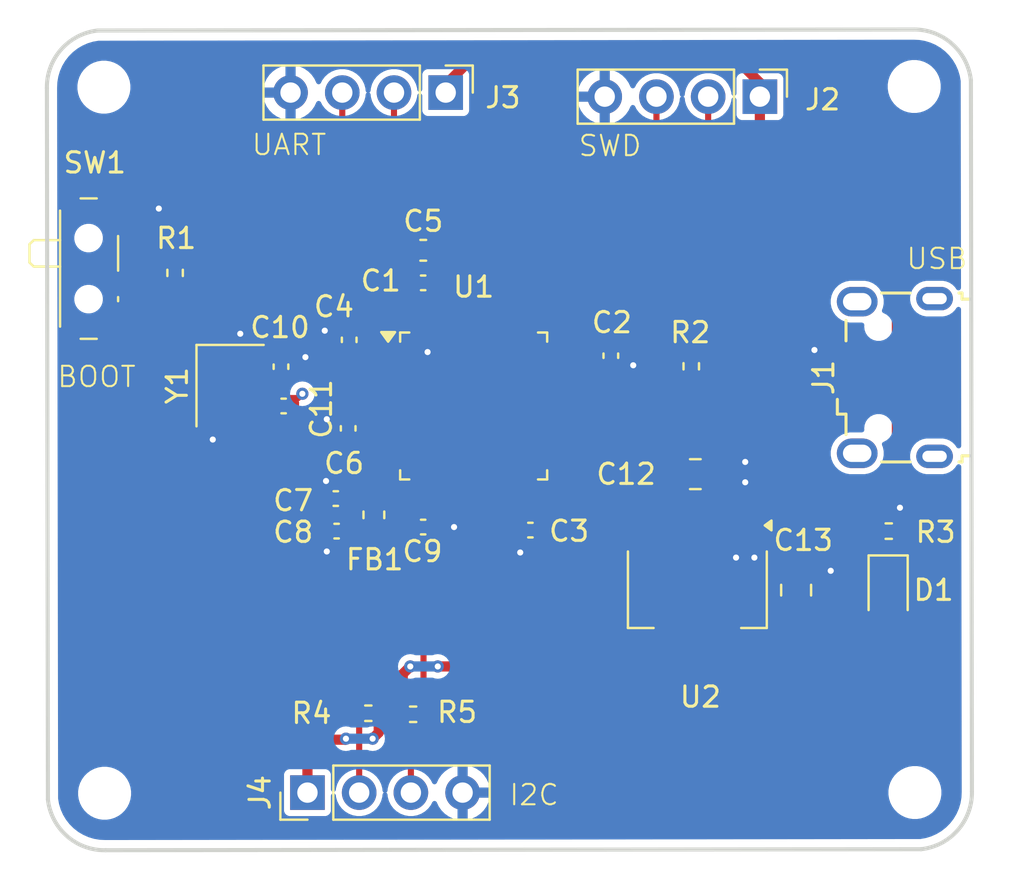
<source format=kicad_pcb>
(kicad_pcb (version 20240108) (generator "pcbnew") (generator_version "8.0")
  (layers (0 "F.Cu" power) (31 "B.Cu" signal) (34 "B.Paste" user) (35 "F.Paste" user) (36 "B.SilkS" user "B.Silkscreen") (37 "F.SilkS" user "F.Silkscreen") (38 "B.Mask" user) (39 "F.Mask" user) (44 "Edge.Cuts" user))
  (net 0 "")
  (net 1 "+3.3V")
  (net 2 "GND")
  (net 3 "+3.3VA")
  (net 4 "/NRST")
  (net 5 "/HSE_IN")
  (net 6 "/HSE_OUT")
  (net 7 "VBUS")
  (net 8 "/PWR_LED_K")
  (net 11 "/USE_D+")
  (net 13 "/USE_D-")
  (net 16 "/SWCLK")
  (net 17 "/SWDIO")
  (net 18 "/USART1_RX")
  (net 19 "/USART1_TX")
  (net 20 "/I2C2_SCL")
  (net 21 "/I2C2_SDA")
  (net 22 "Net-(SW1-B)")
  (net 23 "/BOOT0")
  (footprint "Crystal:Crystal_SMD_3225-4Pin_3.2x2.5mm" (layer "F.Cu") (at 98.9 62.3 -90)
    (property "Reference" "Y1" (at 0 2.6 90) (layer "F.SilkS"))
    (property "Value" "16MHz" (hide yes))
    (pad "1" smd rect (at -1.1 0.85 270) (size 1.4 1.2) (layers "F.Cu" "F.Paste" "F.Mask") (net 5 "/HSE_IN"))
    (pad "2" smd rect (at 1.1 0.85 270) (size 1.4 1.2) (layers "F.Cu" "F.Paste" "F.Mask") (net 2 "GND"))
    (pad "3" smd rect (at 1.1 -0.85 270) (size 1.4 1.2) (layers "F.Cu" "F.Paste" "F.Mask") (net 6 "/HSE_OUT"))
    (pad "4" smd rect (at -1.1 -0.85 270) (size 1.4 1.2) (layers "F.Cu" "F.Paste" "F.Mask") (net 2 "GND"))
  )
  (footprint "Capacitor_SMD:C_0603_1608Metric" (layer "F.Cu") (at 108.3875 55.65)
    (property "Reference" "C5" (at 0 -1.43 0) (layer "F.SilkS"))
    (property "Value" "10u" (hide yes))
    (pad "1" smd roundrect (at -0.775 0) (size 0.9 0.95) (layers "F.Cu" "F.Paste" "F.Mask") (net 1 "+3.3V"))
    (pad "2" smd roundrect (at 0.775 0) (size 0.9 0.95) (layers "F.Cu" "F.Paste" "F.Mask") (net 2 "GND"))
  )
  (footprint "Connector_PinHeader_2.54mm:PinHeader_1x04_P2.54mm_Vertical" (layer "F.Cu") (at 102.7 82.3 90)
    (property "Reference" "J4" (at 0 -2.33 90) (layer "F.SilkS"))
    (property "Value" "Conn_01x04_Pin" (hide yes))
    (pad "1" thru_hole rect (at 0 0 90) (size 1.7 1.7) (drill 1) (layers "*.Cu" "*.Mask") (net 1 "+3.3V"))
    (pad "2" thru_hole oval (at 0 2.54 90) (size 1.7 1.7) (drill 1) (layers "*.Cu" "*.Mask") (net 21 "/I2C2_SDA"))
    (pad "3" thru_hole oval (at 0 5.08 90) (size 1.7 1.7) (drill 1) (layers "*.Cu" "*.Mask") (net 20 "/I2C2_SCL"))
    (pad "4" thru_hole oval (at 0 7.62 90) (size 1.7 1.7) (drill 1) (layers "*.Cu" "*.Mask") (net 2 "GND"))
  )
  (footprint "Package_QFP:LQFP-48_7x7mm_P0.5mm" (layer "F.Cu") (at 110.8625 63.3)
    (property "Reference" "U1" (at 0 -5.85 0) (layer "F.SilkS"))
    (property "Value" "STM32F103C8T6" (hide yes))
    (pad "1" smd roundrect (at -4.1625 -2.75) (size 1.475 0.3) (layers "F.Cu" "F.Paste" "F.Mask") (net 1 "+3.3V"))
    (pad "2" smd roundrect (at -4.1625 -2.25) (size 1.475 0.3) (layers "F.Cu" "F.Paste" "F.Mask"))
    (pad "3" smd roundrect (at -4.1625 -1.75) (size 1.475 0.3) (layers "F.Cu" "F.Paste" "F.Mask"))
    (pad "4" smd roundrect (at -4.1625 -1.25) (size 1.475 0.3) (layers "F.Cu" "F.Paste" "F.Mask"))
    (pad "5" smd roundrect (at -4.1625 -0.75) (size 1.475 0.3) (layers "F.Cu" "F.Paste" "F.Mask") (net 5 "/HSE_IN"))
    (pad "6" smd roundrect (at -4.1625 -0.25) (size 1.475 0.3) (layers "F.Cu" "F.Paste" "F.Mask") (net 6 "/HSE_OUT"))
    (pad "7" smd roundrect (at -4.1625 0.25) (size 1.475 0.3) (layers "F.Cu" "F.Paste" "F.Mask") (net 4 "/NRST"))
    (pad "8" smd roundrect (at -4.1625 0.75) (size 1.475 0.3) (layers "F.Cu" "F.Paste" "F.Mask") (net 2 "GND"))
    (pad "9" smd roundrect (at -4.1625 1.25) (size 1.475 0.3) (layers "F.Cu" "F.Paste" "F.Mask") (net 3 "+3.3VA"))
    (pad "10" smd roundrect (at -4.1625 1.75) (size 1.475 0.3) (layers "F.Cu" "F.Paste" "F.Mask"))
    (pad "11" smd roundrect (at -4.1625 2.25) (size 1.475 0.3) (layers "F.Cu" "F.Paste" "F.Mask"))
    (pad "12" smd roundrect (at -4.1625 2.75) (size 1.475 0.3) (layers "F.Cu" "F.Paste" "F.Mask"))
    (pad "13" smd roundrect (at -2.75 4.1625) (size 0.3 1.475) (layers "F.Cu" "F.Paste" "F.Mask"))
    (pad "14" smd roundrect (at -2.25 4.1625) (size 0.3 1.475) (layers "F.Cu" "F.Paste" "F.Mask"))
    (pad "15" smd roundrect (at -1.75 4.1625) (size 0.3 1.475) (layers "F.Cu" "F.Paste" "F.Mask"))
    (pad "16" smd roundrect (at -1.25 4.1625) (size 0.3 1.475) (layers "F.Cu" "F.Paste" "F.Mask"))
    (pad "17" smd roundrect (at -0.75 4.1625) (size 0.3 1.475) (layers "F.Cu" "F.Paste" "F.Mask"))
    (pad "18" smd roundrect (at -0.25 4.1625) (size 0.3 1.475) (layers "F.Cu" "F.Paste" "F.Mask"))
    (pad "19" smd roundrect (at 0.25 4.1625) (size 0.3 1.475) (layers "F.Cu" "F.Paste" "F.Mask"))
    (pad "20" smd roundrect (at 0.75 4.1625) (size 0.3 1.475) (layers "F.Cu" "F.Paste" "F.Mask"))
    (pad "21" smd roundrect (at 1.25 4.1625) (size 0.3 1.475) (layers "F.Cu" "F.Paste" "F.Mask") (net 21 "/I2C2_SDA"))
    (pad "22" smd roundrect (at 1.75 4.1625) (size 0.3 1.475) (layers "F.Cu" "F.Paste" "F.Mask") (net 20 "/I2C2_SCL"))
    (pad "23" smd roundrect (at 2.25 4.1625) (size 0.3 1.475) (layers "F.Cu" "F.Paste" "F.Mask") (net 2 "GND"))
    (pad "24" smd roundrect (at 2.75 4.1625) (size 0.3 1.475) (layers "F.Cu" "F.Paste" "F.Mask") (net 1 "+3.3V"))
    (pad "25" smd roundrect (at 4.1625 2.75) (size 1.475 0.3) (layers "F.Cu" "F.Paste" "F.Mask"))
    (pad "26" smd roundrect (at 4.1625 2.25) (size 1.475 0.3) (layers "F.Cu" "F.Paste" "F.Mask"))
    (pad "27" smd roundrect (at 4.1625 1.75) (size 1.475 0.3) (layers "F.Cu" "F.Paste" "F.Mask"))
    (pad "28" smd roundrect (at 4.1625 1.25) (size 1.475 0.3) (layers "F.Cu" "F.Paste" "F.Mask"))
    (pad "29" smd roundrect (at 4.1625 0.75) (size 1.475 0.3) (layers "F.Cu" "F.Paste" "F.Mask"))
    (pad "30" smd roundrect (at 4.1625 0.25) (size 1.475 0.3) (layers "F.Cu" "F.Paste" "F.Mask"))
    (pad "31" smd roundrect (at 4.1625 -0.25) (size 1.475 0.3) (layers "F.Cu" "F.Paste" "F.Mask"))
    (pad "32" smd roundrect (at 4.1625 -0.75) (size 1.475 0.3) (layers "F.Cu" "F.Paste" "F.Mask") (net 13 "/USE_D-"))
    (pad "33" smd roundrect (at 4.1625 -1.25) (size 1.475 0.3) (layers "F.Cu" "F.Paste" "F.Mask") (net 11 "/USE_D+"))
    (pad "34" smd roundrect (at 4.1625 -1.75) (size 1.475 0.3) (layers "F.Cu" "F.Paste" "F.Mask") (net 17 "/SWDIO"))
    (pad "35" smd roundrect (at 4.1625 -2.25) (size 1.475 0.3) (layers "F.Cu" "F.Paste" "F.Mask") (net 2 "GND"))
    (pad "36" smd roundrect (at 4.1625 -2.75) (size 1.475 0.3) (layers "F.Cu" "F.Paste" "F.Mask") (net 1 "+3.3V"))
    (pad "37" smd roundrect (at 2.75 -4.1625) (size 0.3 1.475) (layers "F.Cu" "F.Paste" "F.Mask") (net 16 "/SWCLK"))
    (pad "38" smd roundrect (at 2.25 -4.1625) (size 0.3 1.475) (layers "F.Cu" "F.Paste" "F.Mask"))
    (pad "39" smd roundrect (at 1.75 -4.1625) (size 0.3 1.475) (layers "F.Cu" "F.Paste" "F.Mask"))
    (pad "40" smd roundrect (at 1.25 -4.1625) (size 0.3 1.475) (layers "F.Cu" "F.Paste" "F.Mask"))
    (pad "41" smd roundrect (at 0.75 -4.1625) (size 0.3 1.475) (layers "F.Cu" "F.Paste" "F.Mask"))
    (pad "42" smd roundrect (at 0.25 -4.1625) (size 0.3 1.475) (layers "F.Cu" "F.Paste" "F.Mask") (net 19 "/USART1_TX"))
    (pad "43" smd roundrect (at -0.25 -4.1625) (size 0.3 1.475) (layers "F.Cu" "F.Paste" "F.Mask") (net 18 "/USART1_RX"))
    (pad "44" smd roundrect (at -0.75 -4.1625) (size 0.3 1.475) (layers "F.Cu" "F.Paste" "F.Mask") (net 23 "/BOOT0"))
    (pad "45" smd roundrect (at -1.25 -4.1625) (size 0.3 1.475) (layers "F.Cu" "F.Paste" "F.Mask"))
    (pad "46" smd roundrect (at -1.75 -4.1625) (size 0.3 1.475) (layers "F.Cu" "F.Paste" "F.Mask"))
    (pad "47" smd roundrect (at -2.25 -4.1625) (size 0.3 1.475) (layers "F.Cu" "F.Paste" "F.Mask") (net 2 "GND"))
    (pad "48" smd roundrect (at -2.75 -4.1625) (size 0.3 1.475) (layers "F.Cu" "F.Paste" "F.Mask") (net 1 "+3.3V"))
  )
  (footprint "Capacitor_SMD:C_0805_2012Metric" (layer "F.Cu") (at 121.75 66.65)
    (property "Reference" "C12" (at -3.4 0 0) (layer "F.SilkS"))
    (property "Value" "22u" (hide yes))
    (pad "1" smd roundrect (at -0.95 0) (size 1 1.45) (layers "F.Cu" "F.Paste" "F.Mask") (net 7 "VBUS"))
    (pad "2" smd roundrect (at 0.95 0) (size 1 1.45) (layers "F.Cu" "F.Paste" "F.Mask") (net 2 "GND"))
  )
  (footprint "Capacitor_SMD:C_0805_2012Metric" (layer "F.Cu") (at 126.7 72.35 90)
    (property "Reference" "C13" (at 2.45 0.35 180) (layer "F.SilkS"))
    (property "Value" "22u" (hide yes))
    (pad "1" smd roundrect (at -0.95 0 90) (size 1 1.45) (layers "F.Cu" "F.Paste" "F.Mask") (net 1 "+3.3V"))
    (pad "2" smd roundrect (at 0.95 0 90) (size 1 1.45) (layers "F.Cu" "F.Paste" "F.Mask") (net 2 "GND"))
  )
  (footprint "Capacitor_SMD:C_0402_1005Metric" (layer "F.Cu") (at 117.6 60.83 -90)
    (property "Reference" "C2" (at -1.63 -0.05 0) (layer "F.SilkS"))
    (property "Value" "100n" (hide yes))
    (pad "1" smd roundrect (at -0.48 0 270) (size 0.56 0.62) (layers "F.Cu" "F.Paste" "F.Mask") (net 1 "+3.3V"))
    (pad "2" smd roundrect (at 0.48 0 270) (size 0.56 0.62) (layers "F.Cu" "F.Paste" "F.Mask") (net 2 "GND"))
  )
  (footprint "Resistor_SMD:R_0402_1005Metric" (layer "F.Cu") (at 121.55 61.35 -90)
    (property "Reference" "R2" (at -1.66 0.05 0) (layer "F.SilkS"))
    (property "Value" "1k5" (hide yes))
    (pad "1" smd roundrect (at -0.51 0 270) (size 0.54 0.64) (layers "F.Cu" "F.Paste" "F.Mask") (net 1 "+3.3V"))
    (pad "2" smd roundrect (at 0.51 0 270) (size 0.54 0.64) (layers "F.Cu" "F.Paste" "F.Mask") (net 11 "/USE_D+"))
  )
  (footprint "Resistor_SMD:R_0402_1005Metric" (layer "F.Cu") (at 105.69 78.4 180)
    (property "Reference" "R4" (at 2.79 0 0) (layer "F.SilkS"))
    (property "Value" "1k5" (hide yes))
    (pad "1" smd roundrect (at -0.51 0 180) (size 0.54 0.64) (layers "F.Cu" "F.Paste" "F.Mask") (net 1 "+3.3V"))
    (pad "2" smd roundrect (at 0.51 0 180) (size 0.54 0.64) (layers "F.Cu" "F.Paste" "F.Mask") (net 21 "/I2C2_SDA"))
  )
  (footprint "Capacitor_SMD:C_0402_1005Metric" (layer "F.Cu") (at 104.75 60.05 90)
    (property "Reference" "C4" (at 1.63 -0.75 180) (layer "F.SilkS"))
    (property "Value" "100n" (hide yes))
    (pad "1" smd roundrect (at -0.48 0 90) (size 0.56 0.62) (layers "F.Cu" "F.Paste" "F.Mask") (net 1 "+3.3V"))
    (pad "2" smd roundrect (at 0.48 0 90) (size 0.56 0.62) (layers "F.Cu" "F.Paste" "F.Mask") (net 2 "GND"))
  )
  (footprint "Connector_PinHeader_2.54mm:PinHeader_1x04_P2.54mm_Vertical" (layer "F.Cu") (at 109.49 47.9 -90)
    (property "Reference" "J3" (at 0.25 -2.81 180) (layer "F.SilkS"))
    (property "Value" "Conn_01x04_Pin" (hide yes))
    (pad "1" thru_hole rect (at 0 0 270) (size 1.7 1.7) (drill 1) (layers "*.Cu" "*.Mask") (net 1 "+3.3V"))
    (pad "2" thru_hole oval (at 0 2.54 270) (size 1.7 1.7) (drill 1) (layers "*.Cu" "*.Mask") (net 19 "/USART1_TX"))
    (pad "3" thru_hole oval (at 0 5.08 270) (size 1.7 1.7) (drill 1) (layers "*.Cu" "*.Mask") (net 18 "/USART1_RX"))
    (pad "4" thru_hole oval (at 0 7.62 270) (size 1.7 1.7) (drill 1) (layers "*.Cu" "*.Mask") (net 2 "GND"))
  )
  (footprint "Resistor_SMD:R_0402_1005Metric" (layer "F.Cu") (at 131.25 69.45)
    (property "Reference" "R3" (at 2.3 0.05 0) (layer "F.SilkS"))
    (property "Value" "1k5" (hide yes))
    (pad "1" smd roundrect (at -0.51 0) (size 0.54 0.64) (layers "F.Cu" "F.Paste" "F.Mask") (net 8 "/PWR_LED_K"))
    (pad "2" smd roundrect (at 0.51 0) (size 0.54 0.64) (layers "F.Cu" "F.Paste" "F.Mask") (net 2 "GND"))
  )
  (footprint "Inductor_SMD:L_0603_1608Metric" (layer "F.Cu") (at 105.9625 68.65 90)
    (property "Reference" "FB1" (at -2.2 0.0375 180) (layer "F.SilkS"))
    (property "Value" "120R" (hide yes))
    (pad "1" smd roundrect (at -0.7875 0 90) (size 0.875 0.95) (layers "F.Cu" "F.Paste" "F.Mask") (net 1 "+3.3V"))
    (pad "2" smd roundrect (at 0.7875 0 90) (size 0.875 0.95) (layers "F.Cu" "F.Paste" "F.Mask") (net 3 "+3.3VA"))
  )
  (footprint "Connector_USB:USB_Micro-B_Wuerth_629105150521" (layer "F.Cu") (at 131.55 61.9 90)
    (property "Reference" "J1" (at 0 -3.5 90) (layer "F.SilkS"))
    (property "Value" "USB_B_Micro" (hide yes))
    (pad "" np_thru_hole oval (at -2.5 -0.8 90) (size 0.8 0.8) (drill 0.8) (layers "*.Cu" "*.Mask"))
    (pad "" np_thru_hole oval (at 2.5 -0.8 90) (size 0.8 0.8) (drill 0.8) (layers "*.Cu" "*.Mask"))
    (pad "1" smd rect (at -1.3 -1.9 90) (size 0.45 1.3) (layers "F.Cu" "F.Paste" "F.Mask") (net 7 "VBUS"))
    (pad "2" smd rect (at -0.65 -1.9 90) (size 0.45 1.3) (layers "F.Cu" "F.Paste" "F.Mask") (net 13 "/USE_D-"))
    (pad "3" smd rect (at 0 -1.9 90) (size 0.45 1.3) (layers "F.Cu" "F.Paste" "F.Mask") (net 11 "/USE_D+"))
    (pad "4" smd rect (at 0.65 -1.9 90) (size 0.45 1.3) (layers "F.Cu" "F.Paste" "F.Mask"))
    (pad "5" smd rect (at 1.3 -1.9 90) (size 0.45 1.3) (layers "F.Cu" "F.Paste" "F.Mask") (net 2 "GND"))
    (pad "6" thru_hole oval (at -3.875 1.95 90) (size 1.15 1.8) (drill oval 0.55 1.2) (layers "*.Cu" "*.Mask"))
    (pad "6" thru_hole oval (at -3.725 -1.85 90) (size 1.45 2) (drill oval 0.85 1.4) (layers "*.Cu" "*.Mask"))
    (pad "6" thru_hole oval (at 3.725 -1.85 90) (size 1.45 2) (drill oval 0.85 1.4) (layers "*.Cu" "*.Mask"))
    (pad "6" thru_hole oval (at 3.875 1.95 90) (size 1.15 1.8) (drill oval 0.55 1.2) (layers "*.Cu" "*.Mask"))
  )
  (footprint "MountingHole:MountingHole_2.1mm" (layer "F.Cu") (at 132.5 47.6)
    (property "Reference" "H2" (hide yes))
    (property "Value" "MountingHole" (hide yes))
    (pad "" np_thru_hole circle (at 0 0) (size 2.1 2.1) (drill 2.1) (layers "*.Cu" "*.Mask"))
  )
  (footprint "Capacitor_SMD:C_0402_1005Metric" (layer "F.Cu") (at 104.7 64.4 90)
    (property "Reference" "C6" (at -1.72 -0.2 180) (layer "F.SilkS"))
    (property "Value" "10n" (hide yes))
    (pad "1" smd roundrect (at -0.48 0 90) (size 0.56 0.62) (layers "F.Cu" "F.Paste" "F.Mask") (net 3 "+3.3VA"))
    (pad "2" smd roundrect (at 0.48 0 90) (size 0.56 0.62) (layers "F.Cu" "F.Paste" "F.Mask") (net 2 "GND"))
  )
  (footprint "Button_Switch_SMD:SW_SPDT_PCM12" (layer "F.Cu") (at 92.28 56.55 -90)
    (property "Reference" "SW1" (at -5.2 0.025 180) (layer "F.SilkS"))
    (property "Value" "SW_SPDT" (hide yes))
    (pad "" smd rect (at -3.65 -0.78 270) (size 1 0.8) (layers "F.Cu" "F.Paste" "F.Mask"))
    (pad "" smd rect (at -3.65 1.43 270) (size 1 0.8) (layers "F.Cu" "F.Paste" "F.Mask"))
    (pad "" np_thru_hole circle (at -1.5 0.33 270) (size 0.9 0.9) (drill 0.9) (layers "*.Cu" "*.Mask"))
    (pad "" np_thru_hole circle (at 1.5 0.33 270) (size 0.9 0.9) (drill 0.9) (layers "*.Cu" "*.Mask"))
    (pad "" smd rect (at 3.65 -0.78 270) (size 1 0.8) (layers "F.Cu" "F.Paste" "F.Mask"))
    (pad "" smd rect (at 3.65 1.43 270) (size 1 0.8) (layers "F.Cu" "F.Paste" "F.Mask"))
    (pad "1" smd rect (at -2.25 -1.43 270) (size 0.7 1.5) (layers "F.Cu" "F.Paste" "F.Mask") (net 2 "GND"))
    (pad "2" smd rect (at 0.75 -1.43 270) (size 0.7 1.5) (layers "F.Cu" "F.Paste" "F.Mask") (net 22 "Net-(SW1-B)"))
    (pad "3" smd rect (at 2.25 -1.43 270) (size 0.7 1.5) (layers "F.Cu" "F.Paste" "F.Mask") (net 1 "+3.3V"))
  )
  (footprint "Capacitor_SMD:C_0402_1005Metric" (layer "F.Cu") (at 104.0925 67.85 180)
    (property "Reference" "C7" (at 2.0925 -0.1 0) (layer "F.SilkS"))
    (property "Value" "1u" (hide yes))
    (pad "1" smd roundrect (at -0.48 0 180) (size 0.56 0.62) (layers "F.Cu" "F.Paste" "F.Mask") (net 3 "+3.3VA"))
    (pad "2" smd roundrect (at 0.48 0 180) (size 0.56 0.62) (layers "F.Cu" "F.Paste" "F.Mask") (net 2 "GND"))
  )
  (footprint "MountingHole:MountingHole_2.1mm" (layer "F.Cu") (at 132.533985 82.296795)
    (property "Reference" "H4" (hide yes))
    (property "Value" "MountingHole" (hide yes))
    (pad "" np_thru_hole circle (at 0 0) (size 2.1 2.1) (drill 2.1) (layers "*.Cu" "*.Mask"))
  )
  (footprint "Capacitor_SMD:C_0402_1005Metric" (layer "F.Cu") (at 108.3825 69.25)
    (property "Reference" "C9" (at -0.0325 1.2 0) (layer "F.SilkS"))
    (property "Value" "100n" (hide yes))
    (pad "1" smd roundrect (at -0.48 0) (size 0.56 0.62) (layers "F.Cu" "F.Paste" "F.Mask") (net 4 "/NRST"))
    (pad "2" smd roundrect (at 0.48 0) (size 0.56 0.62) (layers "F.Cu" "F.Paste" "F.Mask") (net 2 "GND"))
  )
  (footprint "Capacitor_SMD:C_0402_1005Metric" (layer "F.Cu") (at 108.3825 57.25)
    (property "Reference" "C1" (at -2.0825 -0.1 0) (layer "F.SilkS"))
    (property "Value" "100n" (hide yes))
    (pad "1" smd roundrect (at -0.48 0) (size 0.56 0.62) (layers "F.Cu" "F.Paste" "F.Mask") (net 1 "+3.3V"))
    (pad "2" smd roundrect (at 0.48 0) (size 0.56 0.62) (layers "F.Cu" "F.Paste" "F.Mask") (net 2 "GND"))
  )
  (footprint "LED_SMD:LED_0805_2012Metric" (layer "F.Cu") (at 131.22 72.33 -90)
    (property "Reference" "D1" (at 0.02 -2.23 0) (layer "F.SilkS"))
    (property "Value" "LED" (hide yes))
    (pad "1" smd roundrect (at -0.9375 0 270) (size 0.975 1.4) (layers "F.Cu" "F.Paste" "F.Mask") (net 8 "/PWR_LED_K"))
    (pad "2" smd roundrect (at 0.9375 0 270) (size 0.975 1.4) (layers "F.Cu" "F.Paste" "F.Mask") (net 1 "+3.3V"))
  )
  (footprint "Capacitor_SMD:C_0402_1005Metric" (layer "F.Cu") (at 104.1325 69.45 180)
    (property "Reference" "C8" (at 2.1325 -0.05 0) (layer "F.SilkS"))
    (property "Value" "1u" (hide yes))
    (pad "1" smd roundrect (at -0.48 0 180) (size 0.56 0.62) (layers "F.Cu" "F.Paste" "F.Mask") (net 1 "+3.3V"))
    (pad "2" smd roundrect (at 0.48 0 180) (size 0.56 0.62) (layers "F.Cu" "F.Paste" "F.Mask") (net 2 "GND"))
  )
  (footprint "Capacitor_SMD:C_0402_1005Metric" (layer "F.Cu") (at 101.4 61.37 90)
    (property "Reference" "C10" (at 1.93 -0.05 180) (layer "F.SilkS"))
    (property "Value" "10p" (hide yes))
    (pad "1" smd roundrect (at -0.48 0 90) (size 0.56 0.62) (layers "F.Cu" "F.Paste" "F.Mask") (net 5 "/HSE_IN"))
    (pad "2" smd roundrect (at 0.48 0 90) (size 0.56 0.62) (layers "F.Cu" "F.Paste" "F.Mask") (net 2 "GND"))
  )
  (footprint "Connector_PinHeader_2.54mm:PinHeader_1x04_P2.54mm_Vertical" (layer "F.Cu") (at 124.92 48.1 -90)
    (property "Reference" "J2" (at 0.15 -3.08 180) (layer "F.SilkS"))
    (property "Value" "Conn_01x04_Pin" (hide yes))
    (pad "1" thru_hole rect (at 0 0 270) (size 1.7 1.7) (drill 1) (layers "*.Cu" "*.Mask") (net 1 "+3.3V"))
    (pad "2" thru_hole oval (at 0 2.54 270) (size 1.7 1.7) (drill 1) (layers "*.Cu" "*.Mask") (net 17 "/SWDIO"))
    (pad "3" thru_hole oval (at 0 5.08 270) (size 1.7 1.7) (drill 1) (layers "*.Cu" "*.Mask") (net 16 "/SWCLK"))
    (pad "4" thru_hole oval (at 0 7.62 270) (size 1.7 1.7) (drill 1) (layers "*.Cu" "*.Mask") (net 2 "GND"))
  )
  (footprint "Package_TO_SOT_SMD:SOT-223-3_TabPin2" (layer "F.Cu") (at 121.85 72.3 -90)
    (property "Reference" "U2" (at 5.3 -0.15 180) (layer "F.SilkS"))
    (property "Value" "AMS1117-3.3" (hide yes))
    (pad "1" smd roundrect (at -3.15 -2.3 270) (size 2 1.5) (layers "F.Cu" "F.Paste" "F.Mask") (net 2 "GND"))
    (pad "2" smd roundrect (at -3.15 0 270) (size 2 1.5) (layers "F.Cu" "F.Paste" "F.Mask") (net 1 "+3.3V"))
    (pad "2" smd roundrect (at 3.15 0 270) (size 2 3.8) (layers "F.Cu" "F.Paste" "F.Mask") (net 1 "+3.3V"))
    (pad "3" smd roundrect (at -3.15 2.3 270) (size 2 1.5) (layers "F.Cu" "F.Paste" "F.Mask") (net 7 "VBUS"))
  )
  (footprint "Resistor_SMD:R_0402_1005Metric" (layer "F.Cu") (at 96.2 56.76 90)
    (property "Reference" "R1" (at 1.7 0.05 180) (layer "F.SilkS"))
    (property "Value" "10k" (hide yes))
    (pad "1" smd roundrect (at -0.51 0 90) (size 0.54 0.64) (layers "F.Cu" "F.Paste" "F.Mask") (net 22 "Net-(SW1-B)"))
    (pad "2" smd roundrect (at 0.51 0 90) (size 0.54 0.64) (layers "F.Cu" "F.Paste" "F.Mask") (net 23 "/BOOT0"))
  )
  (footprint "MountingHole:MountingHole_2.1mm" (layer "F.Cu") (at 92.703204 47.633981)
    (property "Reference" "H1" (hide yes))
    (property "Value" "MountingHole" (hide yes))
    (pad "" np_thru_hole circle (at 0 0) (size 2.1 2.1) (drill 2.1) (layers "*.Cu" "*.Mask"))
  )
  (footprint "MountingHole:MountingHole_2.1mm" (layer "F.Cu") (at 92.737188 82.330779)
    (property "Reference" "H3" (hide yes))
    (property "Value" "MountingHole" (hide yes))
    (pad "" np_thru_hole circle (at 0 0) (size 2.1 2.1) (drill 2.1) (layers "*.Cu" "*.Mask"))
  )
  (footprint "Capacitor_SMD:C_0402_1005Metric" (layer "F.Cu") (at 113.65 69.4 180)
    (property "Reference" "C3" (at -1.9 -0.05 0) (layer "F.SilkS"))
    (property "Value" "100n" (hide yes))
    (pad "1" smd roundrect (at -0.48 0 180) (size 0.56 0.62) (layers "F.Cu" "F.Paste" "F.Mask") (net 1 "+3.3V"))
    (pad "2" smd roundrect (at 0.48 0 180) (size 0.56 0.62) (layers "F.Cu" "F.Paste" "F.Mask") (net 2 "GND"))
  )
  (footprint "Resistor_SMD:R_0402_1005Metric" (layer "F.Cu") (at 107.89 78.45)
    (property "Reference" "R5" (at 2.16 -0.1 0) (layer "F.SilkS"))
    (property "Value" "1k5" (hide yes))
    (pad "1" smd roundrect (at -0.51 0) (size 0.54 0.64) (layers "F.Cu" "F.Paste" "F.Mask") (net 1 "+3.3V"))
    (pad "2" smd roundrect (at 0.51 0) (size 0.54 0.64) (layers "F.Cu" "F.Paste" "F.Mask") (net 20 "/I2C2_SCL"))
  )
  (footprint "Capacitor_SMD:C_0402_1005Metric" (layer "F.Cu") (at 101.53 63.3 180)
    (property "Reference" "C11" (at -1.85 -0.15 90) (layer "F.SilkS"))
    (property "Value" "10p" (hide yes))
    (pad "1" smd roundrect (at -0.48 0 180) (size 0.56 0.62) (layers "F.Cu" "F.Paste" "F.Mask") (net 6 "/HSE_OUT"))
    (pad "2" smd roundrect (at 0.48 0 180) (size 0.56 0.62) (layers "F.Cu" "F.Paste" "F.Mask") (net 2 "GND"))
  )
  (gr_arc (start 132.45 44.800001) (mid 134.351258 45.498731) (end 135.283982 47.296794) (stroke (width 0.2)) (layer "Edge.Cuts"))
  (gr_line (start 92.787189 85.130776) (end 132.837189 85.081147) (stroke (width 0.2)) (layer "Edge.Cuts"))
  (gr_line (start 135.283982 47.296794) (end 135.333982 82.246794) (stroke (width 0.2)) (layer "Edge.Cuts"))
  (gr_line (start 92.4 44.85) (end 132.45 44.800371) (stroke (width 0.2)) (layer "Edge.Cuts"))
  (gr_line (start 89.903207 47.683983) (end 89.953207 82.633983) (stroke (width 0.2)) (layer "Edge.Cuts"))
  (gr_arc (start 89.903207 47.683982) (mid 90.601936 45.782723) (end 92.4 44.85) (stroke (width 0.2)) (layer "Edge.Cuts"))
  (gr_arc (start 92.787189 85.130776) (mid 90.88593 84.432047) (end 89.953207 82.633983) (stroke (width 0.2)) (layer "Edge.Cuts"))
  (gr_arc (start 135.333982 82.246794) (mid 134.635253 84.148052) (end 132.837189 85.080776) (stroke (width 0.2)) (layer "Edge.Cuts"))
  (gr_text "USB" (at 132.05 56.65 0) (layer "F.SilkS") (effects (font (size 1 1) (thickness 0.1)) (justify left bottom)))
  (gr_text "SWD" (at 115.95 51.1 0) (layer "F.SilkS") (effects (font (size 1 1) (thickness 0.1)) (justify left bottom)))
  (gr_text "I2C" (at 112.55 83 0) (layer "F.SilkS") (effects (font (size 1 1) (thickness 0.1)) (justify left bottom)))
  (gr_text "UART" (at 99.9 51.05 0) (layer "F.SilkS") (effects (font (size 1 1) (thickness 0.1)) (justify left bottom)))
  (gr_text "BOOT" (at 90.35 62.45 0) (layer "F.SilkS") (effects (font (size 1 1) (thickness 0.1)) (justify left bottom)))
  (segment (start 113.6125 68.2625) (end 114.25 68.9) (width 0.3) (layer "F.Cu") (net 1))
  (segment (start 106.7 60.55) (end 104.77 60.55) (width 0.3) (layer "F.Cu") (net 1))
  (segment (start 102.7 73.75) (end 102.7 79.7) (width 0.5) (layer "F.Cu") (net 1))
  (segment (start 105.9625 69.4375) (end 104.625 69.4375) (width 0.5) (layer "F.Cu") (net 1))
  (segment (start 105.9625 69.4375) (end 105.9625 70.4875) (width 0.5) (layer "F.Cu") (net 1))
  (segment (start 133 68.4) (end 133 72.75) (width 0.5) (layer "F.Cu") (net 1))
  (segment (start 107.6125 55.65) (end 107.6125 56.96) (width 0.3) (layer "F.Cu") (net 1))
  (segment (start 106.25 78.45) (end 106.2 78.4) (width 0.5) (layer "F.Cu") (net 1))
  (segment (start 97.5 79.7) (end 95.15 77.35) (width 0.5) (layer "F.Cu") (net 1))
  (segment (start 95.15 60.24) (end 95.81 60.24) (width 0.5) (layer "F.Cu") (net 1))
  (segment (start 114.85 71.05) (end 114.13 70.33) (width 0.5) (layer "F.Cu") (net 1))
  (segment (start 102.7 79.7) (end 97.5 79.7) (width 0.5) (layer "F.Cu") (net 1))
  (segment (start 108.1125 58.1625) (end 107.9025 57.9525) (width 0.3) (layer "F.Cu") (net 1))
  (segment (start 95.81 60.24) (end 100.4 55.65) (width 0.5) (layer "F.Cu") (net 1))
  (segment (start 107.9025 57.9525) (end 107.9025 57.25) (width 0.3) (layer "F.Cu") (net 1))
  (segment (start 114.25 68.9) (end 114.25 69.4) (width 0.3) (layer "F.Cu") (net 1))
  (segment (start 121.55 60.84) (end 122.86 60.84) (width 0.3) (layer "F.Cu") (net 1))
  (segment (start 117.05 71.9) (end 116.2 71.05) (width 0.5) (layer "F.Cu") (net 1))
  (segment (start 107.38 76.47) (end 107.38 78.45) (width 0.5) (layer "F.Cu") (net 1))
  (segment (start 123.5 46) (end 124.92 47.42) (width 0.5) (layer "F.Cu") (net 1))
  (segment (start 104.6 55.65) (end 104.6 57.2) (width 0.5) (layer "F.Cu") (net 1))
  (segment (start 127 79.25) (end 118.6 79.25) (width 0.5) (layer "F.Cu") (net 1))
  (segment (start 118.6 79.25) (end 117.05 77.7) (width 0.5) (layer "F.Cu") (net 1))
  (segment (start 95.15 60.24) (end 93.71 58.8) (width 0.5) (layer "F.Cu") (net 1))
  (segment (start 116.2 71.05) (end 114.85 71.05) (width 0.5) (layer "F.Cu") (net 1))
  (segment (start 126.7 73.3) (end 129 73.3) (width 0.5) (layer "F.Cu") (net 1))
  (segment (start 124.92 48.1) (end 124.92 49.42) (width 0.5) (layer "F.Cu") (net 1))
  (segment (start 129 73.3) (end 129 77.15) (width 0.5) (layer "F.Cu") (net 1))
  (segment (start 129.05 77.2) (end 127 79.25) (width 0.5) (layer "F.Cu") (net 1))
  (segment (start 114.13 70.33) (end 114.13 69.4) (width 0.5) (layer "F.Cu") (net 1))
  (segment (start 131.65 56.1) (end 131.65 67.05) (width 0.5) (layer "F.Cu") (net 1))
  (segment (start 106.2 79.35) (end 106.2 78.4) (width 0.5) (layer "F.Cu") (net 1))
  (segment (start 95.15 77.35) (end 95.15 60.24) (width 0.5) (layer "F.Cu") (net 1))
  (segment (start 104.59 79.65) (end 104.54 79.7) (width 0.5) (layer "F.Cu") (net 1))
  (segment (start 132.4825 73.2675) (end 131.22 73.2675) (width 0.5) (layer "F.Cu") (net 1))
  (segment (start 117.05 76.1) (end 109.1 76.1) (width 0.5) (layer "F.Cu") (net 1))
  (segment (start 104.6 55.65) (end 107.6125 55.65) (width 0.5) (layer "F.Cu") (net 1))
  (segment (start 124.92 49.42) (end 129.575 54.075) (width 0.5) (layer "F.Cu") (net 1))
  (segment (start 108.1125 59.1375) (end 108.1125 58.1625) (width 0.3) (layer "F.Cu") (net 1))
  (segment (start 109.49 47.51) (end 111 46) (width 0.5) (layer "F.Cu") (net 1))
  (segment (start 129.575 54.075) (end 129.625 54.075) (width 0.5) (layer "F.Cu") (net 1))
  (segment (start 109.49 47.9) (end 109.49 47.51) (width 0.5) (layer "F.Cu") (net 1))
  (segment (start 104.54 79.7) (end 102.7 79.7) (width 0.5) (layer "F.Cu") (net 1))
  (segment (start 129 77.15) (end 129.05 77.2) (width 0.5) (layer "F.Cu") (net 1))
  (segment (start 104.625 69.4375) (end 104.6125 69.45) (width 0.5) (layer "F.Cu") (net 1))
  (segment (start 117.05 76.1) (end 117.05 72.65) (width 0.5) (layer "F.Cu") (net 1))
  (segment (start 119.69 60.84) (end 121.55 60.84) (width 0.3) (layer "F.Cu") (net 1))
  (segment (start 105.9625 70.4875) (end 102.7 73.75) (width 0.5) (layer "F.Cu") (net 1))
  (segment (start 107.75 76.1) (end 107.38 76.47) (width 0.5) (layer "F.Cu") (net 1))
  (segment (start 119.2 60.35) (end 119.69 60.84) (width 0.3) (layer "F.Cu") (net 1))
  (segment (start 117.05 77.7) (end 117.05 76.1) (width 0.5) (layer "F.Cu") (net 1))
  (segment (start 102.7 82.3) (end 102.7 79.7) (width 0.5) (layer "F.Cu") (net 1))
  (segment (start 122.86 60.84) (end 129.625 54.075) (width 0.3) (layer "F.Cu") (net 1))
  (segment (start 100.4 55.65) (end 104.6 55.65) (width 0.5) (layer "F.Cu") (net 1))
  (segment (start 107.6125 56.96) (end 107.9025 57.25) (width 0.3) (layer "F.Cu") (net 1))
  (segment (start 131.1875 73.3) (end 131.22 73.2675) (width 0.5) (layer "F.Cu") (net 1))
  (segment (start 131.65 67.05) (end 133 68.4) (width 0.5) (layer "F.Cu") (net 1))
  (segment (start 113.6125 67.4625) (end 113.6125 68.2625) (width 0.3) (layer "F.Cu") (net 1))
  (segment (start 104.77 60.55) (end 104.75 60.53) (width 0.3) (layer "F.Cu") (net 1))
  (segment (start 117.05 72.65) (end 117.05 71.9) (width 0.5) (layer "F.Cu") (net 1))
  (segment (start 116.45 60.35) (end 117.6 60.35) (width 0.3) (layer "F.Cu") (net 1))
  (segment (start 106.7 59.3) (end 106.7 60.45) (width 0.5) (layer "F.Cu") (net 1))
  (segment (start 129.625 54.075) (end 131.65 56.1) (width 0.5) (layer "F.Cu") (net 1))
  (segment (start 105.9 79.65) (end 106.2 79.35) (width 0.5) (layer "F.Cu") (net 1))
  (segment (start 124.92 47.42) (end 124.92 48.1) (width 0.5) (layer "F.Cu") (net 1))
  (segment (start 104.6 57.2) (end 106.7 59.3) (width 0.5) (layer "F.Cu") (net 1))
  (segment (start 133 72.75) (end 132.4825 73.2675) (width 0.5) (layer "F.Cu") (net 1))
  (segment (start 107.38 78.45) (end 106.25 78.45) (width 0.5) (layer "F.Cu") (net 1))
  (segment (start 117.6 60.35) (end 119.2 60.35) (width 0.3) (layer "F.Cu") (net 1))
  (segment (start 115.025 60.55) (end 116.25 60.55) (width 0.3) (layer "F.Cu") (net 1))
  (segment (start 116.25 60.55) (end 116.45 60.35) (width 0.3) (layer "F.Cu") (net 1))
  (segment (start 111 46) (end 123.5 46) (width 0.5) (layer "F.Cu") (net 1))
  (segment (start 129 73.3) (end 131.1875 73.3) (width 0.5) (layer "F.Cu") (net 1))
  (via (at 105.9 79.65) (size 0.6) (drill 0.3) (layers "F.Cu" "B.Cu") (net 1))
  (via (at 104.59 79.65) (size 0.6) (drill 0.3) (layers "F.Cu" "B.Cu") (net 1))
  (via (at 109.1 76.1) (size 0.6) (drill 0.3) (layers "F.Cu" "B.Cu") (net 1))
  (via (at 107.75 76.1) (size 0.6) (drill 0.3) (layers "F.Cu" "B.Cu") (net 1))
  (segment (start 104.59 79.65) (end 105.9 79.65) (width 0.5) (layer "B.Cu") (net 1))
  (segment (start 109.1 76.1) (end 107.75 76.1) (width 0.5) (layer "B.Cu") (net 1))
  (segment (start 116.56 61.31) (end 117.6 61.31) (width 0.3) (layer "F.Cu") (net 2))
  (segment (start 109.1625 55.65) (end 109.1625 56.95) (width 0.3) (layer "F.Cu") (net 2))
  (segment (start 113.1125 67.4625) (end 113.1125 69.3425) (width 0.3) (layer "F.Cu") (net 2))
  (segment (start 131.76 69.45) (end 131.76 68.34) (width 0.3) (layer "F.Cu") (net 2))
  (segment (start 99.75 61.2) (end 99.75 60.1) (width 0.3) (layer "F.Cu") (net 2))
  (segment (start 101.4 60.89) (end 102.59 60.89) (width 0.3) (layer "F.Cu") (net 2))
  (segment (start 118.69 61.31) (end 118.7 61.3) (width 0.3) (layer "F.Cu") (net 2))
  (segment (start 103.68 63.92) (end 103.65 63.95) (width 0.3) (layer "F.Cu") (net 2))
  (segment (start 131.76 68.34) (end 131.8 68.3) (width 0.3) (layer "F.Cu") (net 2))
  (segment (start 129.695 60.55) (end 129.7 60.55) (width 0.3) (layer "F.Cu") (net 2))
  (segment (start 117.6 61.31) (end 118.69 61.31) (width 0.3) (layer "F.Cu") (net 2))
  (segment (start 108.6125 60.6375) (end 108.6 60.65) (width 0.3) (layer "F.Cu") (net 2))
  (segment (start 104.75 59.57) (end 103.58 59.57) (width 0.3) (layer "F.Cu") (net 2))
  (segment (start 105.65 64.05) (end 105.52 63.92) (width 0.3) (layer "F.Cu") (net 2))
  (segment (start 116.3 61.05) (end 116.56 61.31) (width 0.3) (layer "F.Cu") (net 2))
  (segment (start 113.17 69.4) (end 113.29 69.4) (width 0.3) (layer "F.Cu") (net 2))
  (segment (start 102.59 60.89) (end 102.6 60.9) (width 0.3) (layer "F.Cu") (net 2))
  (segment (start 108.8625 57.8875) (end 108.8625 57.25) (width 0.3) (layer "F.Cu") (net 2))
  (segment (start 108.6125 59.1375) (end 108.6125 58.1375) (width 0.3) (layer "F.Cu") (net 2))
  (segment (start 106.7 64.05) (end 105.65 64.05) (width 0.3) (layer "F.Cu") (net 2))
  (segment (start 108.6125 58.1375) (end 108.8625 57.8875) (width 0.3) (layer "F.Cu") (net 2))
  (segment (start 108.6125 59.1375) (end 108.6125 60.6375) (width 0.3) (layer "F.Cu") (net 2))
  (segment (start 99.75 60.1) (end 99.4 59.75) (width 0.3) (layer "F.Cu") (net 2))
  (segment (start 105.52 63.92) (end 104.7 63.92) (width 0.3) (layer "F.Cu") (net 2))
  (segment (start 98.05 63.4) (end 98.05 64.95) (width 0.3) (layer "F.Cu") (net 2))
  (segment (start 113.17 69.4) (end 113.17 70.48) (width 0.3) (layer "F.Cu") (net 2))
  (segment (start 103.6125 66.9875) (end 103.6125 67.85) (width 0.3) (layer "F.Cu") (net 2))
  (segment (start 93.71 54.3) (end 94.7 54.3) (width 0.3) (layer "F.Cu") (net 2))
  (segment (start 103.58 59.57) (end 103.55 59.6) (width 0.3) (layer "F.Cu") (net 2))
  (segment (start 108.8625 69.25) (end 109.9 69.25) (width 0.3) (layer "F.Cu") (net 2))
  (segment (start 113.1125 69.3425) (end 113.17 69.4) (width 0.3) (layer "F.Cu") (net 2))
  (segment (start 104.7 63.92) (end 103.68 63.92) (width 0.3) (layer "F.Cu") (net 2))
  (segment (start 109.1625 56.95) (end 108.8625 57.25) (width 0.3) (layer "F.Cu") (net 2))
  (segment (start 103.65 70.45) (end 103.6525 70.4475) (width 0.3) (layer "F.Cu") (net 2))
  (segment (start 113.17 70.48) (end 113.15 70.5) (width 0.3) (layer "F.Cu") (net 2))
  (segment (start 129.7 60.55) (end 127.6 60.55) (width 0.3) (layer "F.Cu") (net 2))
  (segment (start 115.025 61.05) (end 116.3 61.05) (width 0.3) (layer "F.Cu") (net 2))
  (segment (start 103.6525 70.4475) (end 103.6525 69.45) (width 0.3) (layer "F.Cu") (net 2))
  (segment (start 94.7 54.3) (end 95.4 53.6) (width 0.3) (layer "F.Cu") (net 2))
  (via (at 124.65 70.75) (size 0.6) (drill 0.3) (layers "F.Cu" "B.Cu") (net 2))
  (via (at 95.4 53.6) (size 0.6) (drill 0.3) (layers "F.Cu" "B.Cu") (net 2))
  (via (at 131.8 68.3) (size 0.6) (drill 0.3) (layers "F.Cu" "B.Cu") (net 2))
  (via (at 102.6 60.9) (size 0.6) (drill 0.3) (layers "F.Cu" "B.Cu") (net 2))
  (via (at 128.4 71.4) (size 0.6) (drill 0.3) (layers "F.Cu" "B.Cu") (net 2))
  (via (at 124.2 67.05) (size 0.6) (drill 0.3) (layers "F.Cu" "B.Cu") (net 2))
  (via (at 103.65 63.95) (size 0.6) (drill 0.3) (layers "F.Cu" "B.Cu") (net 2))
  (via (at 113.15 70.5) (size 0.6) (drill 0.3) (layers "F.Cu" "B.Cu") (net 2))
  (via (at 123.75 70.75) (size 0.6) (drill 0.3) (layers "F.Cu" "B.Cu") (net 2))
  (via (at 127.6 60.55) (size 0.6) (drill 0.3) (layers "F.Cu" "B.Cu") (net 2))
  (via (at 109.9 69.25) (size 0.6) (drill 0.3) (layers "F.Cu" "B.Cu") (net 2))
  (via (at 103.55 59.6) (size 0.6) (drill 0.3) (layers "F.Cu" "B.Cu") (net 2))
  (via (at 103.6125 66.9875) (size 0.6) (drill 0.3) (layers "F.Cu" "B.Cu") (net 2))
  (via (at 108.6 60.65) (size 0.6) (drill 0.3) (layers "F.Cu" "B.Cu") (net 2))
  (via (at 99.4 59.75) (size 0.6) (drill 0.3) (layers "F.Cu" "B.Cu") (net 2))
  (via (at 118.7 61.3) (size 0.6) (drill 0.3) (layers "F.Cu" "B.Cu") (net 2))
  (via (at 124.2 66.05) (size 0.6) (drill 0.3) (layers "F.Cu" "B.Cu") (net 2))
  (via (at 103.65 70.45) (size 0.6) (drill 0.3) (layers "F.Cu" "B.Cu") (net 2))
  (via (at 98.05 64.95) (size 0.6) (drill 0.3) (layers "F.Cu" "B.Cu") (net 2))
  (segment (start 105.9625 67.8625) (end 104.585 67.8625) (width 0.5) (layer "F.Cu") (net 3))
  (segment (start 105.47 64.88) (end 104.7 64.88) (width 0.3) (layer "F.Cu") (net 3))
  (segment (start 104.5725 67.85) (end 104.5725 65.0075) (width 0.5) (layer "F.Cu") (net 3))
  (segment (start 105.8 64.55) (end 105.47 64.88) (width 0.3) (layer "F.Cu") (net 3))
  (segment (start 106.7 64.55) (end 105.8 64.55) (width 0.3) (layer "F.Cu") (net 3))
  (segment (start 104.585 67.8625) (end 104.5725 67.85) (width 0.5) (layer "F.Cu") (net 3))
  (segment (start 104.5725 65.0075) (end 104.7 64.88) (width 0.5) (layer "F.Cu") (net 3))
  (segment (start 107.8 63.80938) (end 107.8 66.43438) (width 0.3) (layer "F.Cu") (net 4))
  (segment (start 107.8 66.43438) (end 107.2 67.03438) (width 0.3) (layer "F.Cu") (net 4))
  (segment (start 107.2 68.5475) (end 107.9025 69.25) (width 0.3) (layer "F.Cu") (net 4))
  (segment (start 107.2 67.03438) (end 107.2 68.5475) (width 0.3) (layer "F.Cu") (net 4))
  (segment (start 106.7 63.55) (end 107.54062 63.55) (width 0.3) (layer "F.Cu") (net 4))
  (segment (start 107.54062 63.55) (end 107.8 63.80938) (width 0.3) (layer "F.Cu") (net 4))
  (segment (start 104.95 61.85) (end 101.4 61.85) (width 0.3) (layer "F.Cu") (net 5))
  (segment (start 101 62.25) (end 98.75 62.25) (width 0.3) (layer "F.Cu") (net 5))
  (segment (start 98.05 61.55) (end 98.05 61.2) (width 0.3) (layer "F.Cu") (net 5))
  (segment (start 98.75 62.25) (end 98.05 61.55) (width 0.3) (layer "F.Cu") (net 5))
  (segment (start 101.4 61.85) (end 101 62.25) (width 0.3) (layer "F.Cu") (net 5))
  (segment (start 105.65 62.55) (end 104.95 61.85) (width 0.3) (layer "F.Cu") (net 5))
  (segment (start 106.7 62.55) (end 105.65 62.55) (width 0.3) (layer "F.Cu") (net 5))
  (segment (start 101.4 62.91) (end 102.24 62.91) (width 0.3) (layer "F.Cu") (net 6))
  (segment (start 106.7 63.05) (end 103.2 63.05) (width 0.3) (layer "F.Cu") (net 6))
  (segment (start 102.38 63.87) (end 101.4 63.87) (width 0.3) (layer "F.Cu") (net 6))
  (segment (start 102.24 62.91) (end 102.45 62.7) (width 0.3) (layer "F.Cu") (net 6))
  (segment (start 103.2 63.05) (end 102.38 63.87) (width 0.3) (layer "F.Cu") (net 6))
  (segment (start 99.75 63.4) (end 100.22 63.87) (width 0.3) (layer "F.Cu") (net 6))
  (segment (start 100.22 63.87) (end 101.4 63.87) (width 0.3) (layer "F.Cu") (net 6))
  (via (at 102.45 62.7) (size 0.6) (drill 0.3) (layers "F.Cu" "B.Cu") (net 6))
  (segment (start 130.74 69.45) (end 130.74 70.9125) (width 0.5) (layer "F.Cu") (net 8))
  (segment (start 130.74 70.9125) (end 131.22 71.3925) (width 0.5) (layer "F.Cu") (net 8))
  (segment (start 121.74 61.86) (end 121.78 61.9) (width 0.2) (layer "F.Cu") (net 11))
  (segment (start 115.025 62.05) (end 120.65 62.05) (width 0.2) (layer "F.Cu") (net 11))
  (segment (start 121.78 61.9) (end 129.65 61.9) (width 0.2) (layer "F.Cu") (net 11))
  (segment (start 120.65 62.05) (end 120.84 61.86) (width 0.2) (layer "F.Cu") (net 11))
  (segment (start 121.55 61.86) (end 121.74 61.86) (width 0.2) (layer "F.Cu") (net 11))
  (segment (start 120.84 61.86) (end 121.55 61.86) (width 0.2) (layer "F.Cu") (net 11))
  (segment (start 129.65 62.55) (end 115.025 62.55) (width 0.2) (layer "F.Cu") (net 13))
  (segment (start 113.6125 57.1875) (end 119.84 50.96) (width 0.3) (layer "F.Cu") (net 16))
  (segment (start 113.6125 59.1375) (end 113.6125 57.1875) (width 0.3) (layer "F.Cu") (net 16))
  (segment (start 119.84 50.96) (end 119.84 47.8) (width 0.3) (layer "F.Cu") (net 16))
  (segment (start 113.9375 60.2125) (end 122.38 51.77) (width 0.3) (layer "F.Cu") (net 17))
  (segment (start 122.38 51.77) (end 122.38 47.8) (width 0.3) (layer "F.Cu") (net 17))
  (segment (start 113.9375 61.30312) (end 113.9375 60.2125) (width 0.3) (layer "F.Cu") (net 17))
  (segment (start 115.025 61.55) (end 114.18438 61.55) (width 0.3) (layer "F.Cu") (net 17))
  (segment (start 114.18438 61.55) (end 113.9375 61.30312) (width 0.3) (layer "F.Cu") (net 17))
  (segment (start 110.6125 57.0375) (end 111.55 56.1) (width 0.3) (layer "F.Cu") (net 18))
  (segment (start 104.4 50.65) (end 104.41 50.64) (width 0.3) (layer "F.Cu") (net 18))
  (segment (start 104.41 50.64) (end 104.41 47.9) (width 0.3) (layer "F.Cu") (net 18))
  (segment (start 109.55 51.5) (end 105.25 51.5) (width 0.3) (layer "F.Cu") (net 18))
  (segment (start 111.55 53.5) (end 109.55 51.5) (width 0.3) (layer "F.Cu") (net 18))
  (segment (start 111.55 56.1) (end 111.55 53.5) (width 0.3) (layer "F.Cu") (net 18))
  (segment (start 110.6125 59.1375) (end 110.6125 57.0375) (width 0.3) (layer "F.Cu") (net 18))
  (segment (start 105.25 51.5) (end 104.4 50.65) (width 0.3) (layer "F.Cu") (net 18))
  (segment (start 106.95 49.6) (end 106.95 47.9) (width 0.3) (layer "F.Cu") (net 19))
  (segment (start 111.1125 59.1375) (end 111.1125 57.8375) (width 0.3) (layer "F.Cu") (net 19))
  (segment (start 111.1125 57.8375) (end 112.65 56.3) (width 0.3) (layer "F.Cu") (net 19))
  (segment (start 112.65 56.3) (end 112.65 53.1) (width 0.3) (layer "F.Cu") (net 19))
  (segment (start 107.7 50.35) (end 106.95 49.6) (width 0.3) (layer "F.Cu") (net 19))
  (segment (start 112.65 53.1) (end 109.95 50.4) (width 0.3) (layer "F.Cu") (net 19))
  (segment (start 109.95 50.35) (end 107.7 50.35) (width 0.3) (layer "F.Cu") (net 19))
  (segment (start 108.4 79.4) (end 107.78 80.02) (width 0.3) (layer "F.Cu") (net 20))
  (segment (start 112.6125 67.4625) (end 112.6125 68.5875) (width 0.3) (layer "F.Cu") (net 20))
  (segment (start 107.78 80.02) (end 107.78 82.3) (width 0.3) (layer "F.Cu") (net 20))
  (segment (start 108.4 72.8) (end 108.4 78.45) (width 0.3) (layer "F.Cu") (net 20))
  (segment (start 108.4 78.45) (end 108.4 79.4) (width 0.3) (layer "F.Cu") (net 20))
  (segment (start 112.6125 68.5875) (end 108.4 72.8) (width 0.3) (layer "F.Cu") (net 20))
  (segment (start 106.18438 74.21562) (end 105.18 75.22) (width 0.3) (layer "F.Cu") (net 21))
  (segment (start 105.18 78.4) (end 105.18 78.58) (width 0.3) (layer "F.Cu") (net 21))
  (segment (start 105.18 78.58) (end 105.24 78.64) (width 0.3) (layer "F.Cu") (net 21))
  (segment (start 112.1125 68.30312) (end 106.2 74.21562) (width 0.3) (layer "F.Cu") (net 21))
  (segment (start 112.1125 67.4625) (end 112.1125 68.30312) (width 0.3) (layer "F.Cu") (net 21))
  (segment (start 105.24 78.64) (end 105.24 82.3) (width 0.3) (layer "F.Cu") (net 21))
  (segment (start 105.18 75.22) (end 105.18 78.4) (width 0.3) (layer "F.Cu") (net 21))
  (segment (start 106.2 74.21562) (end 106.18438 74.21562) (width 0.3) (layer "F.Cu") (net 21))
  (segment (start 93.8 57.3) (end 93.85 57.25) (width 0.3) (layer "F.Cu") (net 22))
  (segment (start 96.17 57.3) (end 96.2 57.27) (width 0.3) (layer "F.Cu") (net 22))
  (segment (start 93.71 57.3) (end 96.17 57.3) (width 0.3) (layer "F.Cu") (net 22))
  (segment (start 93.71 57.3) (end 93.8 57.3) (width 0.3) (layer "F.Cu") (net 22))
  (segment (start 109.2 53) (end 110.1125 53.9125) (width 0.3) (layer "F.Cu") (net 23))
  (segment (start 97.3 56.25) (end 97.95 55.6) (width 0.3) (layer "F.Cu") (net 23))
  (segment (start 97.95 55.6) (end 97.95 54.15) (width 0.3) (layer "F.Cu") (net 23))
  (segment (start 96.2 56.25) (end 97.3 56.25) (width 0.3) (layer "F.Cu") (net 23))
  (segment (start 110.1125 53.9125) (end 110.1125 59.1375) (width 0.3) (layer "F.Cu") (net 23))
  (segment (start 97.95 54.15) (end 99.1 53) (width 0.3) (layer "F.Cu") (net 23))
  (segment (start 99.1 53) (end 109.2 53) (width 0.3) (layer "F.Cu") (net 23))
  (zone (net 7) (net_name "VBUS") (layer "F.Cu") (priority 2) (connect_pads yes (clearance 0.3)) (min_thickness 0.25) (fill yes (thermal_gap 0.5) (thermal_bridge_width 0.5))
    (polygon (pts (xy 129.1 62.9) (xy 129 62.9) (xy 128.9 63) (xy 128.85 63.95) (xy 128.05 64.45) (xy 121 64.45) (xy 120.1 65.4) (xy 120.05 67.55) (xy 119.8 67.75) (xy 118.65 67.75) (xy 118.5 68.05) (xy 118.5 69.95) (xy 118.8 70.25) (xy 120.15 70.25) (xy 120.55 69.95) (xy 120.55 68.2) (xy 120.9 67.75) (xy 121.3 67.75) (xy 121.5 67.55) (xy 121.5 65.95) (xy 121.65 65.7) (xy 121.85 65.45) (xy 122.15 65.2) (xy 128.05 65.2) (xy 128.9 64.65) (xy 129.5 64.3) (xy 129.5 63.95) (xy 129.75 63.7) (xy 130.15 63.7) (xy 130.45 63.5) (xy 130.45 62.95) (xy 130.4 62.9)))
  )
  (zone (net 2) (net_name "GND") (layer "F.Cu") (priority 1) (connect_pads yes (clearance 0.3)) (min_thickness 0.25) (fill yes (thermal_gap 0.508) (thermal_bridge_width 0.508))
    (polygon (pts (xy 123.15 68.1) (xy 122.1 67.6) (xy 122.05 65.95) (xy 122.6 65.506997) (xy 124.6 65.55) (xy 125.25 66.2) (xy 125.25 69.55) (xy 125.75 70.55) (xy 128.65 70.55) (xy 129.05 70.85) (xy 129.05 71.8) (xy 128.55 72.15) (xy 123.7 72.1) (xy 123.1 71.1)))
  )
  (zone (net 1) (net_name "+3.3V") (layer "F.Cu") (priority 3) (connect_pads yes (clearance 0.3)) (min_thickness 0.25) (fill yes (thermal_gap 0.5) (thermal_bridge_width 0.5))
    (polygon (pts (xy 121 68.1) (xy 120.8 68.3) (xy 120.8 70.7) (xy 119.6 72.2) (xy 119.6 76.3) (xy 120.25 76.9) (xy 123.45 76.9) (xy 124.25 76.3) (xy 124.25 75.1) (xy 124.5 74.55) (xy 127.3 74.55) (xy 127.75 74.05) (xy 127.75 72.9) (xy 127.45 72.4) (xy 123.25 72.35) (xy 122.9 72) (xy 122.9 68.3) (xy 122.4 67.9) (xy 121.15 67.9)))
  )
  (zone (net 2) (net_name "GND") (layer "B.Cu") (connect_pads (clearance 0.3)) (min_thickness 0.25) (fill yes (thermal_gap 0.5) (thermal_bridge_width 0.5))
    (polygon (pts (xy 87.6 43.35) (xy 137.4 43.65) (xy 137.9 86.25) (xy 87.9 86.85)))
  )
)
</source>
